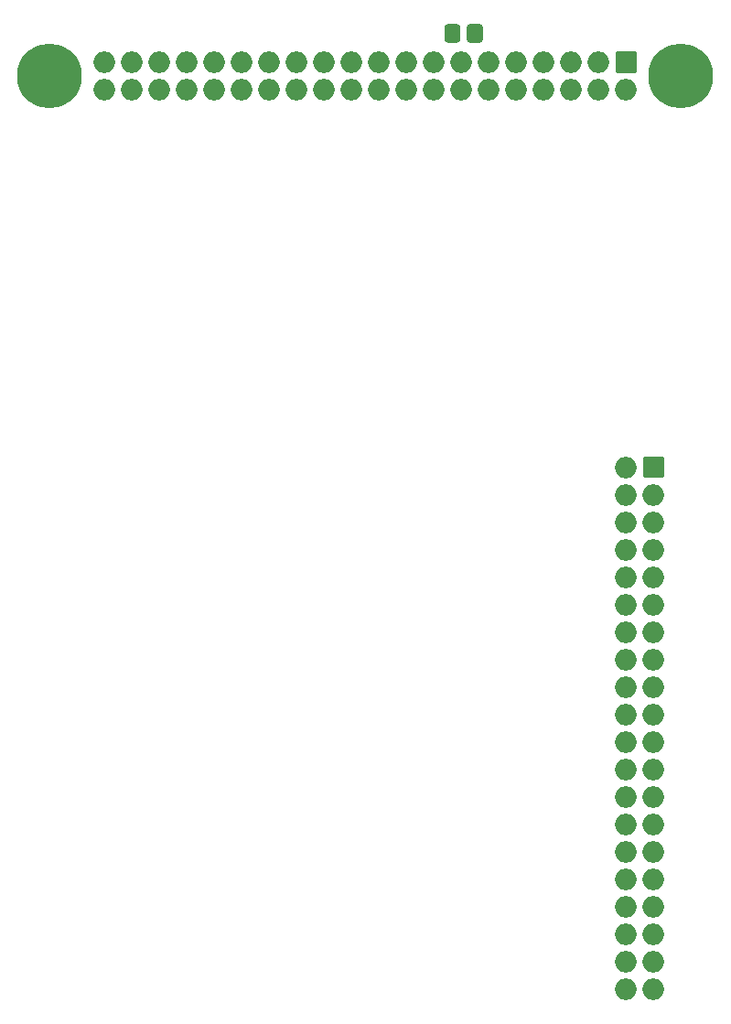
<source format=gbr>
%TF.GenerationSoftware,KiCad,Pcbnew,(5.1.9)-1*%
%TF.CreationDate,2021-04-11T16:40:00+01:00*%
%TF.ProjectId,RGBtoHDMI-Adapter Type C Rev 2,52474274-6f48-4444-9d49-2d4164617074,2*%
%TF.SameCoordinates,Original*%
%TF.FileFunction,Soldermask,Top*%
%TF.FilePolarity,Negative*%
%FSLAX46Y46*%
G04 Gerber Fmt 4.6, Leading zero omitted, Abs format (unit mm)*
G04 Created by KiCad (PCBNEW (5.1.9)-1) date 2021-04-11 16:40:00*
%MOMM*%
%LPD*%
G01*
G04 APERTURE LIST*
%ADD10O,2.000000X2.000000*%
%ADD11C,6.000000*%
G04 APERTURE END LIST*
%TO.C,C1*%
G36*
G01*
X117965500Y-68379171D02*
X117965500Y-67256829D01*
G75*
G02*
X118279329Y-66943000I313829J0D01*
G01*
X119126671Y-66943000D01*
G75*
G02*
X119440500Y-67256829I0J-313829D01*
G01*
X119440500Y-68379171D01*
G75*
G02*
X119126671Y-68693000I-313829J0D01*
G01*
X118279329Y-68693000D01*
G75*
G02*
X117965500Y-68379171I0J313829D01*
G01*
G37*
G36*
G01*
X115890500Y-68379171D02*
X115890500Y-67256829D01*
G75*
G02*
X116204329Y-66943000I313829J0D01*
G01*
X117051671Y-66943000D01*
G75*
G02*
X117365500Y-67256829I0J-313829D01*
G01*
X117365500Y-68379171D01*
G75*
G02*
X117051671Y-68693000I-313829J0D01*
G01*
X116204329Y-68693000D01*
G75*
G02*
X115890500Y-68379171I0J313829D01*
G01*
G37*
%TD*%
D10*
%TO.C,J2*%
X84455000Y-73025000D03*
X84455000Y-70485000D03*
X86995000Y-73025000D03*
X86995000Y-70485000D03*
X89535000Y-73025000D03*
X89535000Y-70485000D03*
X92075000Y-73025000D03*
X92075000Y-70485000D03*
X94615000Y-73025000D03*
X94615000Y-70485000D03*
X97155000Y-73025000D03*
X97155000Y-70485000D03*
X99695000Y-73025000D03*
X99695000Y-70485000D03*
X102235000Y-73025000D03*
X102235000Y-70485000D03*
X104775000Y-73025000D03*
X104775000Y-70485000D03*
X107315000Y-73025000D03*
X107315000Y-70485000D03*
X109855000Y-73025000D03*
X109855000Y-70485000D03*
X112395000Y-73025000D03*
X112395000Y-70485000D03*
X114935000Y-73025000D03*
X114935000Y-70485000D03*
X117475000Y-73025000D03*
X117475000Y-70485000D03*
X120015000Y-73025000D03*
X120015000Y-70485000D03*
X122555000Y-73025000D03*
X122555000Y-70485000D03*
X125095000Y-73025000D03*
X125095000Y-70485000D03*
X127635000Y-73025000D03*
X127635000Y-70485000D03*
X130175000Y-73025000D03*
X130175000Y-70485000D03*
X132715000Y-73025000D03*
G36*
G01*
X133565000Y-71485000D02*
X131865000Y-71485000D01*
G75*
G02*
X131715000Y-71335000I0J150000D01*
G01*
X131715000Y-69635000D01*
G75*
G02*
X131865000Y-69485000I150000J0D01*
G01*
X133565000Y-69485000D01*
G75*
G02*
X133715000Y-69635000I0J-150000D01*
G01*
X133715000Y-71335000D01*
G75*
G02*
X133565000Y-71485000I-150000J0D01*
G01*
G37*
%TD*%
D11*
%TO.C,H2*%
X137795000Y-71755000D03*
%TD*%
%TO.C,H1*%
X79375000Y-71755000D03*
%TD*%
D10*
%TO.C,J1*%
X132715000Y-156210000D03*
X135255000Y-156210000D03*
X132715000Y-153670000D03*
X135255000Y-153670000D03*
X132715000Y-151130000D03*
X135255000Y-151130000D03*
X132715000Y-148590000D03*
X135255000Y-148590000D03*
X132715000Y-146050000D03*
X135255000Y-146050000D03*
X132715000Y-143510000D03*
X135255000Y-143510000D03*
X132715000Y-140970000D03*
X135255000Y-140970000D03*
X132715000Y-138430000D03*
X135255000Y-138430000D03*
X132715000Y-135890000D03*
X135255000Y-135890000D03*
X132715000Y-133350000D03*
X135255000Y-133350000D03*
X132715000Y-130810000D03*
X135255000Y-130810000D03*
X132715000Y-128270000D03*
X135255000Y-128270000D03*
X132715000Y-125730000D03*
X135255000Y-125730000D03*
X132715000Y-123190000D03*
X135255000Y-123190000D03*
X132715000Y-120650000D03*
X135255000Y-120650000D03*
X132715000Y-118110000D03*
X135255000Y-118110000D03*
X132715000Y-115570000D03*
X135255000Y-115570000D03*
X132715000Y-113030000D03*
X135255000Y-113030000D03*
X132715000Y-110490000D03*
X135255000Y-110490000D03*
X132715000Y-107950000D03*
G36*
G01*
X136255000Y-107100000D02*
X136255000Y-108800000D01*
G75*
G02*
X136105000Y-108950000I-150000J0D01*
G01*
X134405000Y-108950000D01*
G75*
G02*
X134255000Y-108800000I0J150000D01*
G01*
X134255000Y-107100000D01*
G75*
G02*
X134405000Y-106950000I150000J0D01*
G01*
X136105000Y-106950000D01*
G75*
G02*
X136255000Y-107100000I0J-150000D01*
G01*
G37*
%TD*%
M02*

</source>
